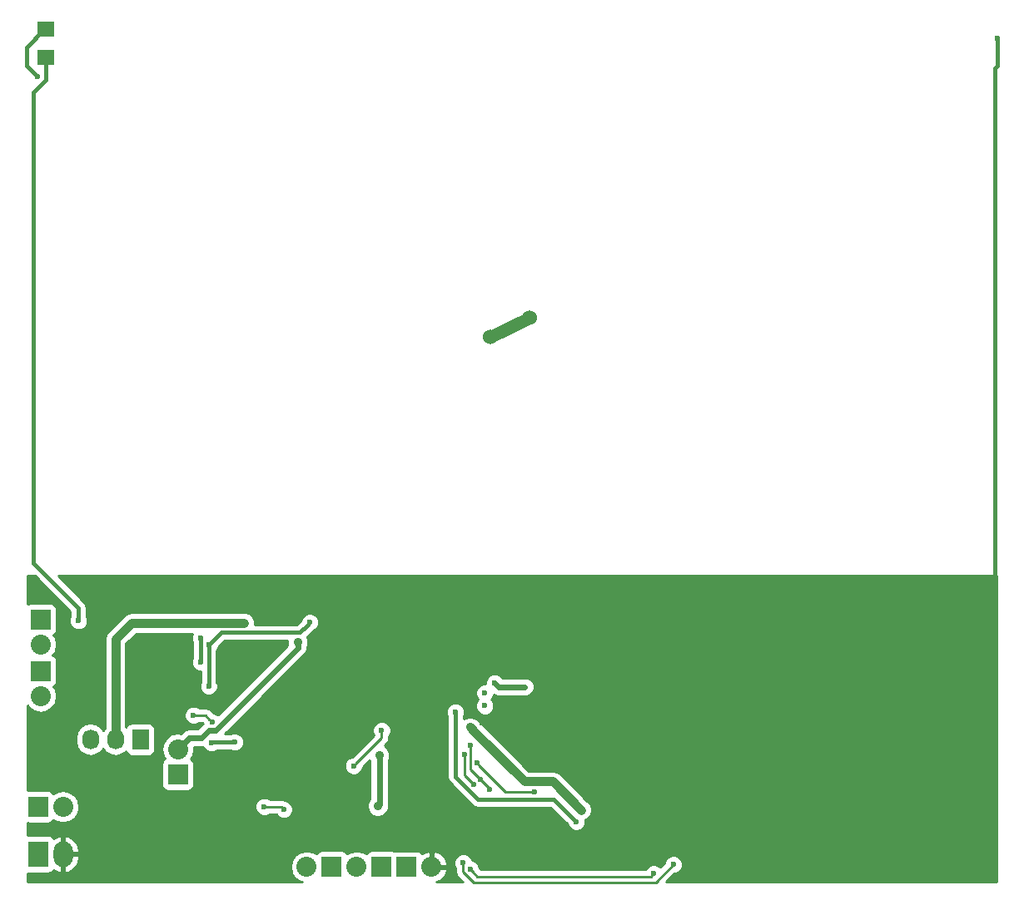
<source format=gbl>
G04 #@! TF.FileFunction,Copper,L2,Bot,Signal*
%FSLAX46Y46*%
G04 Gerber Fmt 4.6, Leading zero omitted, Abs format (unit mm)*
G04 Created by KiCad (PCBNEW 4.0.4-stable) date 2017 March 07, Tuesday 22:42:02*
%MOMM*%
%LPD*%
G01*
G04 APERTURE LIST*
%ADD10C,0.100000*%
%ADD11C,1.270000*%
%ADD12C,0.600000*%
%ADD13R,2.032000X2.032000*%
%ADD14O,2.032000X2.032000*%
%ADD15R,2.000000X2.600000*%
%ADD16O,2.000000X2.600000*%
%ADD17R,1.727200X2.032000*%
%ADD18O,1.727200X2.032000*%
%ADD19R,1.800860X1.597660*%
%ADD20C,1.524000*%
%ADD21C,0.900000*%
%ADD22C,0.600000*%
%ADD23C,0.250000*%
%ADD24C,0.400000*%
%ADD25C,0.900000*%
%ADD26C,0.254000*%
G04 APERTURE END LIST*
D10*
D11*
X148650000Y-84470000D02*
X144650000Y-86470000D01*
D12*
X98900000Y-127200000D03*
X97800000Y-131500000D03*
X100900000Y-130400000D03*
X102600000Y-130300000D03*
X149500000Y-130500000D03*
X151500000Y-130500000D03*
X150500000Y-130000000D03*
X195000000Y-116000000D03*
X195000000Y-114000000D03*
X195000000Y-112000000D03*
X127000000Y-120126000D03*
X128994000Y-120126000D03*
X126000000Y-122000000D03*
X128000000Y-125000000D03*
X130000000Y-125000000D03*
X110500000Y-134500000D03*
X111000000Y-132500000D03*
X111000000Y-131000000D03*
X111000000Y-129500000D03*
X108000000Y-129500000D03*
X108000000Y-131000000D03*
X108000000Y-132500000D03*
X105500000Y-132500000D03*
X105500000Y-131000000D03*
X105500000Y-129500000D03*
X104000000Y-141500000D03*
X105000000Y-141500000D03*
X106000000Y-141500000D03*
X106000000Y-140000000D03*
X107000000Y-140000000D03*
X107000000Y-141500000D03*
X115000000Y-141500000D03*
X114000000Y-141000000D03*
X114000000Y-139000000D03*
X115000000Y-130000000D03*
X115000000Y-132000000D03*
X118000000Y-137000000D03*
X118000000Y-135000000D03*
X117000000Y-136000000D03*
X117000000Y-138000000D03*
X137000000Y-118000000D03*
X135000000Y-116000000D03*
X137000000Y-116000000D03*
X130000000Y-119000000D03*
X128000000Y-119000000D03*
X126000000Y-119000000D03*
X137000000Y-114000000D03*
X135000000Y-114000000D03*
X141000000Y-114000000D03*
X139000000Y-114000000D03*
X117000000Y-114000000D03*
X119000000Y-114000000D03*
X133000000Y-114000000D03*
X131000000Y-114000000D03*
X129000000Y-114000000D03*
X127000000Y-114000000D03*
X123000000Y-114000000D03*
X121000000Y-114000000D03*
X125000000Y-114000000D03*
X115000000Y-114000000D03*
X125000000Y-112000000D03*
X123000000Y-112000000D03*
X129000000Y-112000000D03*
X127000000Y-112000000D03*
X105000000Y-112000000D03*
X107000000Y-112000000D03*
X121000000Y-112000000D03*
X119000000Y-112000000D03*
X117000000Y-112000000D03*
X115000000Y-112000000D03*
X111000000Y-112000000D03*
X109000000Y-112000000D03*
X113000000Y-112000000D03*
X103000000Y-112000000D03*
X137000000Y-112000000D03*
X135000000Y-112000000D03*
X141000000Y-112000000D03*
X139000000Y-112000000D03*
X117000000Y-112000000D03*
X119000000Y-112000000D03*
X133000000Y-112000000D03*
X131000000Y-112000000D03*
X129000000Y-112000000D03*
X127000000Y-112000000D03*
X123000000Y-112000000D03*
X121000000Y-112000000D03*
X125000000Y-112000000D03*
X115000000Y-112000000D03*
X155000000Y-126000000D03*
X157000000Y-124000000D03*
X157000000Y-122000000D03*
X157000000Y-129000000D03*
X157000000Y-131000000D03*
X159000000Y-129000000D03*
X159000000Y-126000000D03*
X161000000Y-127000000D03*
X161000000Y-121000000D03*
X161000000Y-123000000D03*
X161000000Y-125000000D03*
X163000000Y-125000000D03*
X163000000Y-123000000D03*
X163000000Y-121000000D03*
X165000000Y-121000000D03*
X165000000Y-123000000D03*
X165000000Y-125000000D03*
X163000000Y-127000000D03*
X161000000Y-129000000D03*
X159000000Y-131000000D03*
X157000000Y-133000000D03*
X181000000Y-121000000D03*
X181000000Y-123000000D03*
X173000000Y-125000000D03*
X167000000Y-131000000D03*
X167000000Y-131000000D03*
X167000000Y-133000000D03*
X167000000Y-133000000D03*
X167000000Y-133000000D03*
X167000000Y-131000000D03*
X165000000Y-133000000D03*
X165000000Y-135000000D03*
X167000000Y-135000000D03*
X167000000Y-133000000D03*
X177000000Y-139000000D03*
X175000000Y-141000000D03*
X175000000Y-139000000D03*
X177000000Y-141000000D03*
X175000000Y-137000000D03*
X177000000Y-133000000D03*
X175000000Y-133000000D03*
X175000000Y-135000000D03*
X175000000Y-137000000D03*
X175000000Y-137000000D03*
X181000000Y-137000000D03*
X181000000Y-137000000D03*
X183000000Y-135000000D03*
X181000000Y-135000000D03*
X179000000Y-137000000D03*
X177000000Y-137000000D03*
X177000000Y-137000000D03*
X177000000Y-137000000D03*
X179000000Y-135000000D03*
X177000000Y-135000000D03*
X179000000Y-137000000D03*
X179000000Y-137000000D03*
X179000000Y-141000000D03*
X179000000Y-139000000D03*
X179000000Y-141000000D03*
X181000000Y-141000000D03*
X181000000Y-139000000D03*
X179000000Y-139000000D03*
X183000000Y-137000000D03*
X183000000Y-139000000D03*
X183000000Y-137000000D03*
X181000000Y-133000000D03*
X183000000Y-133000000D03*
X179000000Y-133000000D03*
X171000000Y-133000000D03*
X169000000Y-135000000D03*
X169000000Y-133000000D03*
X171000000Y-135000000D03*
X169000000Y-131000000D03*
X171000000Y-127000000D03*
X163000000Y-135000000D03*
X169000000Y-129000000D03*
X169000000Y-131000000D03*
X169000000Y-131000000D03*
X175000000Y-131000000D03*
X175000000Y-131000000D03*
X177000000Y-129000000D03*
X175000000Y-129000000D03*
X173000000Y-131000000D03*
X171000000Y-131000000D03*
X171000000Y-131000000D03*
X171000000Y-131000000D03*
X173000000Y-129000000D03*
X171000000Y-129000000D03*
X173000000Y-131000000D03*
X173000000Y-131000000D03*
X173000000Y-135000000D03*
X173000000Y-133000000D03*
X173000000Y-135000000D03*
X175000000Y-135000000D03*
X175000000Y-133000000D03*
X173000000Y-133000000D03*
X177000000Y-135000000D03*
X177000000Y-131000000D03*
X177000000Y-133000000D03*
X177000000Y-131000000D03*
X175000000Y-127000000D03*
X177000000Y-127000000D03*
X173000000Y-127000000D03*
X177000000Y-131000000D03*
X175000000Y-133000000D03*
X175000000Y-131000000D03*
X177000000Y-133000000D03*
X175000000Y-129000000D03*
X177000000Y-125000000D03*
X175000000Y-125000000D03*
X175000000Y-127000000D03*
X175000000Y-129000000D03*
X175000000Y-129000000D03*
X181000000Y-129000000D03*
X181000000Y-129000000D03*
X183000000Y-127000000D03*
X181000000Y-127000000D03*
X179000000Y-129000000D03*
X177000000Y-129000000D03*
X177000000Y-129000000D03*
X177000000Y-129000000D03*
X179000000Y-127000000D03*
X177000000Y-127000000D03*
X179000000Y-129000000D03*
X179000000Y-129000000D03*
X179000000Y-133000000D03*
X179000000Y-131000000D03*
X179000000Y-133000000D03*
X181000000Y-133000000D03*
X181000000Y-131000000D03*
X179000000Y-131000000D03*
X183000000Y-133000000D03*
X183000000Y-129000000D03*
X183000000Y-131000000D03*
X183000000Y-129000000D03*
X181000000Y-125000000D03*
X183000000Y-125000000D03*
X179000000Y-125000000D03*
X190000000Y-128000000D03*
X192000000Y-130000000D03*
X192000000Y-128000000D03*
X190000000Y-130000000D03*
X188000000Y-126000000D03*
X192000000Y-126000000D03*
X188000000Y-130000000D03*
X188000000Y-128000000D03*
X190000000Y-126000000D03*
X188000000Y-140000000D03*
X190000000Y-140000000D03*
X186000000Y-138000000D03*
X190000000Y-138000000D03*
X186000000Y-140000000D03*
X188000000Y-138000000D03*
X186000000Y-126000000D03*
X186000000Y-126000000D03*
X190000000Y-126000000D03*
X188000000Y-126000000D03*
X188000000Y-124000000D03*
X190000000Y-124000000D03*
X188000000Y-126000000D03*
X190000000Y-126000000D03*
X186000000Y-122000000D03*
X190000000Y-122000000D03*
X188000000Y-122000000D03*
X186000000Y-124000000D03*
X194000000Y-136000000D03*
X192000000Y-136000000D03*
X192000000Y-134000000D03*
X194000000Y-132000000D03*
X194000000Y-134000000D03*
X192000000Y-132000000D03*
X192000000Y-140000000D03*
X194000000Y-138000000D03*
X194000000Y-140000000D03*
X192000000Y-138000000D03*
X194000000Y-130000000D03*
X192000000Y-130000000D03*
X192000000Y-128000000D03*
X194000000Y-126000000D03*
X194000000Y-128000000D03*
X192000000Y-126000000D03*
X194000000Y-126000000D03*
X192000000Y-126000000D03*
X192000000Y-124000000D03*
X194000000Y-122000000D03*
X194000000Y-124000000D03*
X192000000Y-122000000D03*
X183000000Y-118000000D03*
X185000000Y-118000000D03*
X175000000Y-116000000D03*
X173000000Y-116000000D03*
X173000000Y-118000000D03*
X171000000Y-118000000D03*
X171000000Y-116000000D03*
X171000000Y-116000000D03*
X171000000Y-118000000D03*
X169000000Y-118000000D03*
X169000000Y-116000000D03*
X155000000Y-116000000D03*
X153000000Y-116000000D03*
X149000000Y-114000000D03*
X153000000Y-114000000D03*
X151000000Y-114000000D03*
X149000000Y-112000000D03*
X153000000Y-112000000D03*
X151000000Y-112000000D03*
X161000000Y-116000000D03*
X161000000Y-114000000D03*
X163000000Y-116000000D03*
X157000000Y-114000000D03*
X155000000Y-114000000D03*
X159000000Y-114000000D03*
X159000000Y-116000000D03*
X157000000Y-116000000D03*
X157000000Y-112000000D03*
X161000000Y-112000000D03*
X159000000Y-112000000D03*
X155000000Y-112000000D03*
X163000000Y-112000000D03*
X163000000Y-114000000D03*
X171000000Y-114000000D03*
X167000000Y-114000000D03*
X165000000Y-114000000D03*
X165000000Y-116000000D03*
X169000000Y-114000000D03*
X167000000Y-116000000D03*
X167000000Y-112000000D03*
X171000000Y-112000000D03*
X169000000Y-112000000D03*
X165000000Y-112000000D03*
X173000000Y-112000000D03*
X173000000Y-114000000D03*
X181000000Y-116000000D03*
X181000000Y-114000000D03*
X183000000Y-116000000D03*
X177000000Y-114000000D03*
X175000000Y-114000000D03*
X179000000Y-114000000D03*
X179000000Y-116000000D03*
X177000000Y-116000000D03*
X177000000Y-112000000D03*
X181000000Y-112000000D03*
X179000000Y-112000000D03*
X175000000Y-112000000D03*
X183000000Y-112000000D03*
X183000000Y-114000000D03*
X191000000Y-112000000D03*
X185000000Y-112000000D03*
X187000000Y-112000000D03*
X189000000Y-112000000D03*
X185000000Y-114000000D03*
X187000000Y-114000000D03*
X185000000Y-116000000D03*
X187000000Y-116000000D03*
X189000000Y-116000000D03*
X191000000Y-116000000D03*
X189000000Y-114000000D03*
X191000000Y-114000000D03*
X187000000Y-118000000D03*
X189000000Y-118000000D03*
X191000000Y-118000000D03*
X193000000Y-118000000D03*
X193000000Y-116000000D03*
X193000000Y-114000000D03*
X193000000Y-112000000D03*
D13*
X133598000Y-140390000D03*
D14*
X131058000Y-140390000D03*
D15*
X98646000Y-139104000D03*
D16*
X101186000Y-139104000D03*
D13*
X128518000Y-140390000D03*
D14*
X125978000Y-140390000D03*
D13*
X136140000Y-140400000D03*
D14*
X138680000Y-140400000D03*
D17*
X109060000Y-127420000D03*
D18*
X106520000Y-127420000D03*
X103980000Y-127420000D03*
D13*
X98900000Y-120460000D03*
D14*
X98900000Y-123000000D03*
D13*
X98646000Y-134278000D03*
D14*
X101186000Y-134278000D03*
D13*
X112870000Y-130976000D03*
D14*
X112870000Y-128436000D03*
D13*
X98900000Y-115228000D03*
D14*
X98900000Y-117768000D03*
D19*
X99408000Y-57973860D03*
X99408000Y-55134140D03*
D20*
X148650000Y-84470000D03*
X144650000Y-86470000D03*
D12*
X144100000Y-122700000D03*
X144100000Y-124000000D03*
X143900000Y-140500008D03*
X151800000Y-125600000D03*
X147800000Y-123600000D03*
X143800000Y-125700000D03*
X153500000Y-123300000D03*
X112300000Y-123500000D03*
X146400000Y-127600000D03*
X148200000Y-127600000D03*
X148200000Y-125900000D03*
X146400000Y-125900000D03*
X186000000Y-135800000D03*
X186000000Y-132000000D03*
X186000000Y-134500000D03*
X186000000Y-129400000D03*
X186000000Y-128200000D03*
X122145764Y-117700010D03*
X138100000Y-128817000D03*
D21*
X160206976Y-139117391D03*
D12*
X157909804Y-126902773D03*
X151799736Y-127856746D03*
X142400000Y-121400000D03*
X151568000Y-122360000D03*
X154268000Y-119960000D03*
X152368000Y-120060000D03*
X140868000Y-120060000D03*
X139068000Y-120060000D03*
X125468000Y-131260000D03*
X121868000Y-131160000D03*
X121968000Y-129000000D03*
X125500000Y-129000000D03*
D21*
X171568000Y-139060000D03*
X168968000Y-139060000D03*
X158268000Y-117360000D03*
D12*
X159568000Y-121460000D03*
X167168000Y-121360000D03*
X177368000Y-121360000D03*
X183768000Y-121460000D03*
X108268000Y-140760000D03*
X108268000Y-139360000D03*
X108171000Y-133863000D03*
X103568000Y-113260000D03*
X98568000Y-59972690D03*
X155968000Y-130660000D03*
X155968000Y-130660000D03*
X115068000Y-140060000D03*
X132268000Y-124860000D03*
D21*
X104368000Y-140260000D03*
X115868000Y-136260000D03*
X115868000Y-134360000D03*
D12*
X123168000Y-124560000D03*
X124000000Y-124560000D03*
X149768000Y-140560000D03*
X128782446Y-126449990D03*
X196182000Y-56046000D03*
X119474000Y-121578000D03*
D21*
X110838000Y-118276000D03*
X133200000Y-134200000D03*
X133356132Y-129018990D03*
X125062000Y-117514000D03*
D12*
X145068000Y-121660000D03*
X148168000Y-122060000D03*
D21*
X142600000Y-126200000D03*
X153900000Y-134599986D03*
X119630000Y-115570000D03*
D12*
X144600000Y-132499998D03*
X143678838Y-131512262D03*
X142651767Y-128050023D03*
X130755717Y-130118436D03*
X133604000Y-126492000D03*
X142027351Y-128960000D03*
X142926405Y-132010033D03*
X141900000Y-140000000D03*
X163268000Y-140160000D03*
X142591972Y-140613138D03*
X161267994Y-141060000D03*
X143277687Y-129812240D03*
X149168000Y-132750010D03*
X116000000Y-122000000D03*
X126300000Y-115500000D03*
X141100000Y-124600000D03*
X153400000Y-135800000D03*
X116078000Y-117768000D03*
X116300000Y-127800008D03*
X118681756Y-127698283D03*
X116368000Y-125660008D03*
X114468000Y-124960000D03*
X102768000Y-115360000D03*
X115156000Y-119546000D03*
X115156000Y-117094000D03*
X123668000Y-134560000D03*
X121668000Y-134260000D03*
D22*
X160264367Y-139060000D02*
X160206976Y-139117391D01*
X160768000Y-139060000D02*
X160264367Y-139060000D01*
X171568000Y-139060000D02*
X170931604Y-139060000D01*
X170931604Y-139060000D02*
X170868000Y-138996396D01*
X159568000Y-121460000D02*
X159668000Y-121360000D01*
X159668000Y-121360000D02*
X159868000Y-121360000D01*
D23*
X109168000Y-139260000D02*
X108368000Y-139260000D01*
X108368000Y-139260000D02*
X108268000Y-139360000D01*
D24*
X103568000Y-113260000D02*
X103568000Y-113160000D01*
X103568000Y-113160000D02*
X103768000Y-112960000D01*
X97468000Y-56972540D02*
X97468000Y-58872690D01*
X97468000Y-58872690D02*
X98568000Y-59972690D01*
X99408000Y-55134140D02*
X99306400Y-55134140D01*
X99306400Y-55134140D02*
X97468000Y-56972540D01*
D23*
X115068000Y-139635736D02*
X115068000Y-140060000D01*
X115068000Y-139460000D02*
X115068000Y-139635736D01*
X115168000Y-139360000D02*
X115068000Y-139460000D01*
D22*
X115868000Y-134360000D02*
X115868000Y-133860000D01*
D23*
X124262000Y-124560000D02*
X124268000Y-124554000D01*
X149768000Y-140560000D02*
X149668000Y-140460000D01*
X149668000Y-140460000D02*
X149468000Y-140460000D01*
X128782446Y-126025726D02*
X128782446Y-126449990D01*
X128778000Y-125730000D02*
X128782446Y-125734446D01*
X128782446Y-125734446D02*
X128782446Y-126025726D01*
X127724000Y-120126000D02*
X128994000Y-120126000D01*
X127216000Y-120634000D02*
X127724000Y-120126000D01*
D24*
X195928000Y-59094000D02*
X195928000Y-123102000D01*
X196182000Y-58840000D02*
X195928000Y-59094000D01*
X196182000Y-56046000D02*
X196182000Y-58840000D01*
X119474000Y-121578000D02*
X118966000Y-121578000D01*
X110838000Y-118276000D02*
X111346000Y-118276000D01*
D22*
X112870000Y-128436000D02*
X114006000Y-127300000D01*
X114006000Y-127300000D02*
X115276104Y-127300000D01*
X115276104Y-127300000D02*
X116080054Y-126496050D01*
X116080054Y-126496050D02*
X116716346Y-126496050D01*
X116716346Y-126496050D02*
X125062000Y-118150396D01*
X125062000Y-118150396D02*
X125062000Y-117514000D01*
X133356132Y-134043868D02*
X133200000Y-134200000D01*
X133356132Y-129018990D02*
X133356132Y-134043868D01*
X148168000Y-122060000D02*
X145468000Y-122060000D01*
X145468000Y-122060000D02*
X145068000Y-121660000D01*
D25*
X153900000Y-134599986D02*
X151000014Y-131700000D01*
X148100000Y-131700000D02*
X143049999Y-126649999D01*
X143049999Y-126649999D02*
X142600000Y-126200000D01*
X151000014Y-131700000D02*
X148100000Y-131700000D01*
X108204000Y-115570000D02*
X119630000Y-115570000D01*
X107282000Y-116413999D02*
X107360001Y-116413999D01*
X107360001Y-116413999D02*
X108204000Y-115570000D01*
X106520000Y-127420000D02*
X106520000Y-117175999D01*
X106520000Y-117175999D02*
X107282000Y-116413999D01*
D23*
X143678838Y-131512262D02*
X144600000Y-132433424D01*
X144600000Y-132433424D02*
X144600000Y-132499998D01*
X142652361Y-127949637D02*
X142652361Y-130485785D01*
X143378839Y-131212263D02*
X143678838Y-131512262D01*
X142652361Y-130485785D02*
X143378839Y-131212263D01*
X133604000Y-127270153D02*
X131055716Y-129818437D01*
X131055716Y-129818437D02*
X130755717Y-130118436D01*
X133604000Y-126492000D02*
X133604000Y-127270153D01*
X142027351Y-129384264D02*
X142027351Y-128960000D01*
X142027351Y-131110979D02*
X142027351Y-129384264D01*
X142926405Y-132010033D02*
X142027351Y-131110979D01*
X141900000Y-140924264D02*
X141900000Y-140424264D01*
X161468000Y-141960000D02*
X142935736Y-141960000D01*
X141900000Y-140424264D02*
X141900000Y-140000000D01*
X142935736Y-141960000D02*
X141900000Y-140924264D01*
X163268000Y-140160000D02*
X161468000Y-141960000D01*
X161267994Y-141060000D02*
X160967995Y-141359999D01*
X160967995Y-141359999D02*
X143338833Y-141359999D01*
X143338833Y-141359999D02*
X142891971Y-140913137D01*
X142891971Y-140913137D02*
X142591972Y-140613138D01*
X143577686Y-130112239D02*
X143277687Y-129812240D01*
X146215457Y-132750010D02*
X143577686Y-130112239D01*
X149168000Y-132750010D02*
X146215457Y-132750010D01*
D24*
X116000000Y-122000000D02*
X116000000Y-117846000D01*
X116000000Y-117846000D02*
X116078000Y-117768000D01*
X153400000Y-135800000D02*
X151100000Y-133500000D01*
X141100000Y-125024264D02*
X141100000Y-124600000D01*
X151100000Y-133500000D02*
X143400000Y-133500000D01*
X143400000Y-133500000D02*
X141100000Y-131200000D01*
X141100000Y-131200000D02*
X141100000Y-125024264D01*
X126000001Y-115799999D02*
X126300000Y-115500000D01*
X117300000Y-116546000D02*
X125254000Y-116546000D01*
X125254000Y-116546000D02*
X126000001Y-115799999D01*
X116078000Y-117768000D02*
X117300000Y-116546000D01*
X117300000Y-116546000D02*
X117336001Y-116509999D01*
X118681756Y-127698283D02*
X116401725Y-127698283D01*
X116401725Y-127698283D02*
X116300000Y-127800008D01*
D23*
X116068001Y-125360009D02*
X116368000Y-125660008D01*
X114468000Y-124960000D02*
X115667992Y-124960000D01*
X115667992Y-124960000D02*
X116068001Y-125360009D01*
D24*
X98168000Y-109460000D02*
X102768000Y-114060000D01*
X102768000Y-114060000D02*
X102768000Y-115360000D01*
X98168000Y-61560000D02*
X98168000Y-109460000D01*
X99408000Y-60320000D02*
X98168000Y-61560000D01*
X99408000Y-57973860D02*
X99408000Y-60320000D01*
X115156000Y-117514000D02*
X115156000Y-117264009D01*
X115156000Y-117514000D02*
X115156000Y-119546000D01*
D23*
X123368001Y-134260001D02*
X123668000Y-134560000D01*
X121668000Y-134260000D02*
X123368001Y-134260001D01*
D26*
G36*
X101933000Y-114405868D02*
X101933000Y-114932766D01*
X101833162Y-115173201D01*
X101832838Y-115545167D01*
X101974883Y-115888943D01*
X102237673Y-116152192D01*
X102581201Y-116294838D01*
X102953167Y-116295162D01*
X103296943Y-116153117D01*
X103560192Y-115890327D01*
X103702838Y-115546799D01*
X103703162Y-115174833D01*
X103603000Y-114932422D01*
X103603000Y-114060000D01*
X103539439Y-113740459D01*
X103358434Y-113469566D01*
X100675868Y-110787000D01*
X196158000Y-110787000D01*
X196158000Y-141950000D01*
X162552802Y-141950000D01*
X163407680Y-141095122D01*
X163453167Y-141095162D01*
X163796943Y-140953117D01*
X164060192Y-140690327D01*
X164202838Y-140346799D01*
X164203162Y-139974833D01*
X164061117Y-139631057D01*
X163798327Y-139367808D01*
X163454799Y-139225162D01*
X163082833Y-139224838D01*
X162739057Y-139366883D01*
X162475808Y-139629673D01*
X162333162Y-139973201D01*
X162333121Y-140020077D01*
X161941730Y-140411468D01*
X161798321Y-140267808D01*
X161454793Y-140125162D01*
X161082827Y-140124838D01*
X160739051Y-140266883D01*
X160475802Y-140529673D01*
X160446600Y-140599999D01*
X143653635Y-140599999D01*
X143527094Y-140473458D01*
X143527134Y-140427971D01*
X143385089Y-140084195D01*
X143122299Y-139820946D01*
X142778771Y-139678300D01*
X142778748Y-139678300D01*
X142693117Y-139471057D01*
X142430327Y-139207808D01*
X142086799Y-139065162D01*
X141714833Y-139064838D01*
X141371057Y-139206883D01*
X141107808Y-139469673D01*
X140965162Y-139813201D01*
X140964838Y-140185167D01*
X141106883Y-140528943D01*
X141140000Y-140562118D01*
X141140000Y-140924264D01*
X141197852Y-141215103D01*
X141362599Y-141461665D01*
X141850934Y-141950000D01*
X139184876Y-141950000D01*
X139648379Y-141737188D01*
X140086385Y-141264818D01*
X140285975Y-140782944D01*
X140166836Y-140527000D01*
X138807000Y-140527000D01*
X138807000Y-140547000D01*
X138553000Y-140547000D01*
X138553000Y-140527000D01*
X138533000Y-140527000D01*
X138533000Y-140273000D01*
X138553000Y-140273000D01*
X138553000Y-138912633D01*
X138807000Y-138912633D01*
X138807000Y-140273000D01*
X140166836Y-140273000D01*
X140285975Y-140017056D01*
X140086385Y-139535182D01*
X139648379Y-139062812D01*
X139062946Y-138794017D01*
X138807000Y-138912633D01*
X138553000Y-138912633D01*
X138297054Y-138794017D01*
X137711621Y-139062812D01*
X137707066Y-139067724D01*
X137620090Y-138932559D01*
X137407890Y-138787569D01*
X137156000Y-138736560D01*
X135124000Y-138736560D01*
X134888683Y-138780838D01*
X134879409Y-138786806D01*
X134865890Y-138777569D01*
X134614000Y-138726560D01*
X132582000Y-138726560D01*
X132346683Y-138770838D01*
X132130559Y-138909910D01*
X132023767Y-139066206D01*
X131722155Y-138864675D01*
X131090345Y-138739000D01*
X131025655Y-138739000D01*
X130393845Y-138864675D01*
X130091038Y-139067004D01*
X129998090Y-138922559D01*
X129785890Y-138777569D01*
X129534000Y-138726560D01*
X127502000Y-138726560D01*
X127266683Y-138770838D01*
X127050559Y-138909910D01*
X126943767Y-139066206D01*
X126642155Y-138864675D01*
X126010345Y-138739000D01*
X125945655Y-138739000D01*
X125313845Y-138864675D01*
X124778222Y-139222567D01*
X124420330Y-139758190D01*
X124294655Y-140390000D01*
X124420330Y-141021810D01*
X124778222Y-141557433D01*
X125313845Y-141915325D01*
X125488168Y-141950000D01*
X97578000Y-141950000D01*
X97578000Y-141037670D01*
X97646000Y-141051440D01*
X99646000Y-141051440D01*
X99881317Y-141007162D01*
X100097441Y-140868090D01*
X100211349Y-140701380D01*
X100677645Y-140963144D01*
X100805566Y-140994124D01*
X101059000Y-140874777D01*
X101059000Y-139231000D01*
X101313000Y-139231000D01*
X101313000Y-140874777D01*
X101566434Y-140994124D01*
X101694355Y-140963144D01*
X102252317Y-140649922D01*
X102647942Y-140147020D01*
X102821000Y-139531000D01*
X102821000Y-139231000D01*
X101313000Y-139231000D01*
X101059000Y-139231000D01*
X101039000Y-139231000D01*
X101039000Y-138977000D01*
X101059000Y-138977000D01*
X101059000Y-137333223D01*
X101313000Y-137333223D01*
X101313000Y-138977000D01*
X102821000Y-138977000D01*
X102821000Y-138677000D01*
X102647942Y-138060980D01*
X102252317Y-137558078D01*
X101694355Y-137244856D01*
X101566434Y-137213876D01*
X101313000Y-137333223D01*
X101059000Y-137333223D01*
X100805566Y-137213876D01*
X100677645Y-137244856D01*
X100209789Y-137507495D01*
X100110090Y-137352559D01*
X99897890Y-137207569D01*
X99646000Y-137156560D01*
X97646000Y-137156560D01*
X97578000Y-137169355D01*
X97578000Y-135930910D01*
X97630000Y-135941440D01*
X99662000Y-135941440D01*
X99897317Y-135897162D01*
X100113441Y-135758090D01*
X100220233Y-135601794D01*
X100521845Y-135803325D01*
X101153655Y-135929000D01*
X101218345Y-135929000D01*
X101850155Y-135803325D01*
X102385778Y-135445433D01*
X102743670Y-134909810D01*
X102836093Y-134445167D01*
X120732838Y-134445167D01*
X120874883Y-134788943D01*
X121137673Y-135052192D01*
X121481201Y-135194838D01*
X121853167Y-135195162D01*
X122196943Y-135053117D01*
X122230118Y-135020000D01*
X122846397Y-135020001D01*
X122874883Y-135088943D01*
X123137673Y-135352192D01*
X123481201Y-135494838D01*
X123853167Y-135495162D01*
X124196943Y-135353117D01*
X124460192Y-135090327D01*
X124602838Y-134746799D01*
X124603162Y-134374833D01*
X124461117Y-134031057D01*
X124198327Y-133767808D01*
X123854799Y-133625162D01*
X123759451Y-133625079D01*
X123658840Y-133557853D01*
X123368001Y-133500001D01*
X122230463Y-133500000D01*
X122198327Y-133467808D01*
X121854799Y-133325162D01*
X121482833Y-133324838D01*
X121139057Y-133466883D01*
X120875808Y-133729673D01*
X120733162Y-134073201D01*
X120732838Y-134445167D01*
X102836093Y-134445167D01*
X102869345Y-134278000D01*
X102743670Y-133646190D01*
X102385778Y-133110567D01*
X101850155Y-132752675D01*
X101218345Y-132627000D01*
X101153655Y-132627000D01*
X100521845Y-132752675D01*
X100219038Y-132955004D01*
X100126090Y-132810559D01*
X99913890Y-132665569D01*
X99662000Y-132614560D01*
X97630000Y-132614560D01*
X97578000Y-132624344D01*
X97578000Y-127235255D01*
X102481400Y-127235255D01*
X102481400Y-127604745D01*
X102595474Y-128178234D01*
X102920330Y-128664415D01*
X103406511Y-128989271D01*
X103980000Y-129103345D01*
X104553489Y-128989271D01*
X105039670Y-128664415D01*
X105250000Y-128349634D01*
X105460330Y-128664415D01*
X105946511Y-128989271D01*
X106520000Y-129103345D01*
X107093489Y-128989271D01*
X107579670Y-128664415D01*
X107589243Y-128650087D01*
X107593238Y-128671317D01*
X107732310Y-128887441D01*
X107944510Y-129032431D01*
X108196400Y-129083440D01*
X109923600Y-129083440D01*
X110158917Y-129039162D01*
X110375041Y-128900090D01*
X110520031Y-128687890D01*
X110571040Y-128436000D01*
X110571040Y-126404000D01*
X110526762Y-126168683D01*
X110387690Y-125952559D01*
X110175490Y-125807569D01*
X109923600Y-125756560D01*
X108196400Y-125756560D01*
X107961083Y-125800838D01*
X107744959Y-125939910D01*
X107605000Y-126144747D01*
X107605000Y-117625421D01*
X107892143Y-117338278D01*
X108127212Y-117181210D01*
X108653422Y-116655000D01*
X114325886Y-116655000D01*
X114221162Y-116907201D01*
X114220838Y-117279167D01*
X114321000Y-117521578D01*
X114321000Y-119118766D01*
X114221162Y-119359201D01*
X114220838Y-119731167D01*
X114362883Y-120074943D01*
X114625673Y-120338192D01*
X114969201Y-120480838D01*
X115165000Y-120481009D01*
X115165000Y-121572766D01*
X115065162Y-121813201D01*
X115064838Y-122185167D01*
X115206883Y-122528943D01*
X115469673Y-122792192D01*
X115813201Y-122934838D01*
X116185167Y-122935162D01*
X116528943Y-122793117D01*
X116792192Y-122530327D01*
X116934838Y-122186799D01*
X116935162Y-121814833D01*
X116835000Y-121572422D01*
X116835000Y-118333458D01*
X116870192Y-118298327D01*
X116970778Y-118056090D01*
X117645868Y-117381000D01*
X123977116Y-117381000D01*
X123976812Y-117728873D01*
X124030734Y-117859372D01*
X116960254Y-124929852D01*
X116898327Y-124867816D01*
X116554799Y-124725170D01*
X116507923Y-124725129D01*
X116205393Y-124422599D01*
X115958831Y-124257852D01*
X115667992Y-124200000D01*
X115030463Y-124200000D01*
X114998327Y-124167808D01*
X114654799Y-124025162D01*
X114282833Y-124024838D01*
X113939057Y-124166883D01*
X113675808Y-124429673D01*
X113533162Y-124773201D01*
X113532838Y-125145167D01*
X113674883Y-125488943D01*
X113937673Y-125752192D01*
X114281201Y-125894838D01*
X114653167Y-125895162D01*
X114996943Y-125753117D01*
X115030118Y-125720000D01*
X115353190Y-125720000D01*
X115432878Y-125799688D01*
X115432855Y-125825587D01*
X115418909Y-125834905D01*
X114888814Y-126365000D01*
X114006005Y-126365000D01*
X114006000Y-126364999D01*
X113707556Y-126424364D01*
X113648191Y-126436173D01*
X113380241Y-126615211D01*
X113344855Y-126638855D01*
X113171152Y-126812558D01*
X112870000Y-126752655D01*
X112238190Y-126878330D01*
X111702567Y-127236222D01*
X111344675Y-127771845D01*
X111219000Y-128403655D01*
X111219000Y-128468345D01*
X111344675Y-129100155D01*
X111547004Y-129402962D01*
X111402559Y-129495910D01*
X111257569Y-129708110D01*
X111206560Y-129960000D01*
X111206560Y-131992000D01*
X111250838Y-132227317D01*
X111389910Y-132443441D01*
X111602110Y-132588431D01*
X111854000Y-132639440D01*
X113886000Y-132639440D01*
X114121317Y-132595162D01*
X114337441Y-132456090D01*
X114482431Y-132243890D01*
X114533440Y-131992000D01*
X114533440Y-130303603D01*
X129820555Y-130303603D01*
X129962600Y-130647379D01*
X130225390Y-130910628D01*
X130568918Y-131053274D01*
X130940884Y-131053598D01*
X131284660Y-130911553D01*
X131547909Y-130648763D01*
X131690555Y-130305235D01*
X131690596Y-130258359D01*
X132400805Y-129548150D01*
X132421132Y-129597344D01*
X132421132Y-133444426D01*
X132280718Y-133584595D01*
X132115189Y-133983233D01*
X132114812Y-134414873D01*
X132279646Y-134813800D01*
X132584595Y-135119282D01*
X132983233Y-135284811D01*
X133414873Y-135285188D01*
X133813800Y-135120354D01*
X134119282Y-134815405D01*
X134284811Y-134416767D01*
X134285110Y-134074141D01*
X134291132Y-134043868D01*
X134291132Y-129596542D01*
X134440943Y-129235757D01*
X134441320Y-128804117D01*
X134276486Y-128405190D01*
X133971537Y-128099708D01*
X133885127Y-128063828D01*
X134141401Y-127807554D01*
X134306148Y-127560992D01*
X134364000Y-127270153D01*
X134364000Y-127054463D01*
X134396192Y-127022327D01*
X134538838Y-126678799D01*
X134539162Y-126306833D01*
X134397117Y-125963057D01*
X134134327Y-125699808D01*
X133790799Y-125557162D01*
X133418833Y-125556838D01*
X133075057Y-125698883D01*
X132811808Y-125961673D01*
X132669162Y-126305201D01*
X132668838Y-126677167D01*
X132801388Y-126997963D01*
X130616037Y-129183314D01*
X130570550Y-129183274D01*
X130226774Y-129325319D01*
X129963525Y-129588109D01*
X129820879Y-129931637D01*
X129820555Y-130303603D01*
X114533440Y-130303603D01*
X114533440Y-129960000D01*
X114489162Y-129724683D01*
X114350090Y-129508559D01*
X114193794Y-129401767D01*
X114395325Y-129100155D01*
X114521000Y-128468345D01*
X114521000Y-128403655D01*
X114487452Y-128235000D01*
X115276104Y-128235000D01*
X115453485Y-128199717D01*
X115506883Y-128328951D01*
X115769673Y-128592200D01*
X116113201Y-128734846D01*
X116485167Y-128735170D01*
X116828943Y-128593125D01*
X116888890Y-128533283D01*
X118254522Y-128533283D01*
X118494957Y-128633121D01*
X118866923Y-128633445D01*
X119210699Y-128491400D01*
X119473948Y-128228610D01*
X119616594Y-127885082D01*
X119616918Y-127513116D01*
X119474873Y-127169340D01*
X119212083Y-126906091D01*
X118868555Y-126763445D01*
X118496589Y-126763121D01*
X118254178Y-126863283D01*
X117671403Y-126863283D01*
X119749519Y-124785167D01*
X140164838Y-124785167D01*
X140265000Y-125027578D01*
X140265000Y-131200000D01*
X140328561Y-131519541D01*
X140449140Y-131700000D01*
X140509566Y-131790434D01*
X142809566Y-134090434D01*
X143080459Y-134271439D01*
X143400000Y-134335000D01*
X150754132Y-134335000D01*
X152507465Y-136088333D01*
X152606883Y-136328943D01*
X152869673Y-136592192D01*
X153213201Y-136734838D01*
X153585167Y-136735162D01*
X153928943Y-136593117D01*
X154192192Y-136330327D01*
X154334838Y-135986799D01*
X154335162Y-135614833D01*
X154327863Y-135597168D01*
X154513800Y-135520340D01*
X154819282Y-135215391D01*
X154984811Y-134816753D01*
X154985000Y-134599989D01*
X154985001Y-134599986D01*
X154985000Y-134599983D01*
X154985188Y-134385113D01*
X154820354Y-133986186D01*
X154515405Y-133680704D01*
X154514952Y-133680516D01*
X151767225Y-130932789D01*
X151599298Y-130820584D01*
X151415226Y-130697591D01*
X151000014Y-130615000D01*
X148549422Y-130615000D01*
X143367210Y-125432788D01*
X143215405Y-125280718D01*
X142816767Y-125115189D01*
X142385127Y-125114812D01*
X141986200Y-125279646D01*
X141935000Y-125330757D01*
X141935000Y-125027234D01*
X142034838Y-124786799D01*
X142035162Y-124414833D01*
X141893117Y-124071057D01*
X141630327Y-123807808D01*
X141286799Y-123665162D01*
X140914833Y-123664838D01*
X140571057Y-123806883D01*
X140307808Y-124069673D01*
X140165162Y-124413201D01*
X140164838Y-124785167D01*
X119749519Y-124785167D01*
X121649519Y-122885167D01*
X143164838Y-122885167D01*
X143306883Y-123228943D01*
X143427710Y-123349981D01*
X143307808Y-123469673D01*
X143165162Y-123813201D01*
X143164838Y-124185167D01*
X143306883Y-124528943D01*
X143569673Y-124792192D01*
X143913201Y-124934838D01*
X144285167Y-124935162D01*
X144628943Y-124793117D01*
X144892192Y-124530327D01*
X145034838Y-124186799D01*
X145035162Y-123814833D01*
X144893117Y-123471057D01*
X144772290Y-123350019D01*
X144892192Y-123230327D01*
X145034838Y-122886799D01*
X145034850Y-122873486D01*
X145110191Y-122923827D01*
X145468000Y-122995000D01*
X148167184Y-122995000D01*
X148353167Y-122995162D01*
X148696943Y-122853117D01*
X148960192Y-122590327D01*
X149102838Y-122246799D01*
X149103162Y-121874833D01*
X148961117Y-121531057D01*
X148698327Y-121267808D01*
X148354799Y-121125162D01*
X147982833Y-121124838D01*
X147982441Y-121125000D01*
X145855290Y-121125000D01*
X145729436Y-120999146D01*
X145598327Y-120867808D01*
X145254799Y-120725162D01*
X144882833Y-120724838D01*
X144539057Y-120866883D01*
X144275808Y-121129673D01*
X144133162Y-121473201D01*
X144132908Y-121765028D01*
X143914833Y-121764838D01*
X143571057Y-121906883D01*
X143307808Y-122169673D01*
X143165162Y-122513201D01*
X143164838Y-122885167D01*
X121649519Y-122885167D01*
X125723145Y-118811541D01*
X125925827Y-118508205D01*
X125997000Y-118150396D01*
X125997000Y-118091552D01*
X126146811Y-117730767D01*
X126147188Y-117299127D01*
X126011099Y-116969769D01*
X126588333Y-116392535D01*
X126828943Y-116293117D01*
X127092192Y-116030327D01*
X127234838Y-115686799D01*
X127235162Y-115314833D01*
X127093117Y-114971057D01*
X126830327Y-114707808D01*
X126486799Y-114565162D01*
X126114833Y-114564838D01*
X125771057Y-114706883D01*
X125507808Y-114969673D01*
X125407222Y-115211910D01*
X124908132Y-115711000D01*
X120714877Y-115711000D01*
X120715188Y-115355127D01*
X120550354Y-114956200D01*
X120245405Y-114650718D01*
X119846767Y-114485189D01*
X119415127Y-114484812D01*
X119414672Y-114485000D01*
X108204000Y-114485000D01*
X107788789Y-114567590D01*
X107436789Y-114802789D01*
X106749858Y-115489720D01*
X106514789Y-115646788D01*
X105752789Y-116408788D01*
X105517591Y-116760787D01*
X105435000Y-117175999D01*
X105435000Y-126213494D01*
X105250000Y-126490366D01*
X105039670Y-126175585D01*
X104553489Y-125850729D01*
X103980000Y-125736655D01*
X103406511Y-125850729D01*
X102920330Y-126175585D01*
X102595474Y-126661766D01*
X102481400Y-127235255D01*
X97578000Y-127235255D01*
X97578000Y-123968452D01*
X97732567Y-124199778D01*
X98268190Y-124557670D01*
X98900000Y-124683345D01*
X99531810Y-124557670D01*
X100067433Y-124199778D01*
X100425325Y-123664155D01*
X100551000Y-123032345D01*
X100551000Y-122967655D01*
X100425325Y-122335845D01*
X100222996Y-122033038D01*
X100367441Y-121940090D01*
X100512431Y-121727890D01*
X100563440Y-121476000D01*
X100563440Y-119444000D01*
X100519162Y-119208683D01*
X100380090Y-118992559D01*
X100167890Y-118847569D01*
X100150154Y-118843977D01*
X100425325Y-118432155D01*
X100551000Y-117800345D01*
X100551000Y-117735655D01*
X100425325Y-117103845D01*
X100222996Y-116801038D01*
X100367441Y-116708090D01*
X100512431Y-116495890D01*
X100563440Y-116244000D01*
X100563440Y-114212000D01*
X100519162Y-113976683D01*
X100380090Y-113760559D01*
X100167890Y-113615569D01*
X99916000Y-113564560D01*
X97884000Y-113564560D01*
X97648683Y-113608838D01*
X97578000Y-113654321D01*
X97578000Y-110787000D01*
X98314132Y-110787000D01*
X101933000Y-114405868D01*
X101933000Y-114405868D01*
G37*
X101933000Y-114405868D02*
X101933000Y-114932766D01*
X101833162Y-115173201D01*
X101832838Y-115545167D01*
X101974883Y-115888943D01*
X102237673Y-116152192D01*
X102581201Y-116294838D01*
X102953167Y-116295162D01*
X103296943Y-116153117D01*
X103560192Y-115890327D01*
X103702838Y-115546799D01*
X103703162Y-115174833D01*
X103603000Y-114932422D01*
X103603000Y-114060000D01*
X103539439Y-113740459D01*
X103358434Y-113469566D01*
X100675868Y-110787000D01*
X196158000Y-110787000D01*
X196158000Y-141950000D01*
X162552802Y-141950000D01*
X163407680Y-141095122D01*
X163453167Y-141095162D01*
X163796943Y-140953117D01*
X164060192Y-140690327D01*
X164202838Y-140346799D01*
X164203162Y-139974833D01*
X164061117Y-139631057D01*
X163798327Y-139367808D01*
X163454799Y-139225162D01*
X163082833Y-139224838D01*
X162739057Y-139366883D01*
X162475808Y-139629673D01*
X162333162Y-139973201D01*
X162333121Y-140020077D01*
X161941730Y-140411468D01*
X161798321Y-140267808D01*
X161454793Y-140125162D01*
X161082827Y-140124838D01*
X160739051Y-140266883D01*
X160475802Y-140529673D01*
X160446600Y-140599999D01*
X143653635Y-140599999D01*
X143527094Y-140473458D01*
X143527134Y-140427971D01*
X143385089Y-140084195D01*
X143122299Y-139820946D01*
X142778771Y-139678300D01*
X142778748Y-139678300D01*
X142693117Y-139471057D01*
X142430327Y-139207808D01*
X142086799Y-139065162D01*
X141714833Y-139064838D01*
X141371057Y-139206883D01*
X141107808Y-139469673D01*
X140965162Y-139813201D01*
X140964838Y-140185167D01*
X141106883Y-140528943D01*
X141140000Y-140562118D01*
X141140000Y-140924264D01*
X141197852Y-141215103D01*
X141362599Y-141461665D01*
X141850934Y-141950000D01*
X139184876Y-141950000D01*
X139648379Y-141737188D01*
X140086385Y-141264818D01*
X140285975Y-140782944D01*
X140166836Y-140527000D01*
X138807000Y-140527000D01*
X138807000Y-140547000D01*
X138553000Y-140547000D01*
X138553000Y-140527000D01*
X138533000Y-140527000D01*
X138533000Y-140273000D01*
X138553000Y-140273000D01*
X138553000Y-138912633D01*
X138807000Y-138912633D01*
X138807000Y-140273000D01*
X140166836Y-140273000D01*
X140285975Y-140017056D01*
X140086385Y-139535182D01*
X139648379Y-139062812D01*
X139062946Y-138794017D01*
X138807000Y-138912633D01*
X138553000Y-138912633D01*
X138297054Y-138794017D01*
X137711621Y-139062812D01*
X137707066Y-139067724D01*
X137620090Y-138932559D01*
X137407890Y-138787569D01*
X137156000Y-138736560D01*
X135124000Y-138736560D01*
X134888683Y-138780838D01*
X134879409Y-138786806D01*
X134865890Y-138777569D01*
X134614000Y-138726560D01*
X132582000Y-138726560D01*
X132346683Y-138770838D01*
X132130559Y-138909910D01*
X132023767Y-139066206D01*
X131722155Y-138864675D01*
X131090345Y-138739000D01*
X131025655Y-138739000D01*
X130393845Y-138864675D01*
X130091038Y-139067004D01*
X129998090Y-138922559D01*
X129785890Y-138777569D01*
X129534000Y-138726560D01*
X127502000Y-138726560D01*
X127266683Y-138770838D01*
X127050559Y-138909910D01*
X126943767Y-139066206D01*
X126642155Y-138864675D01*
X126010345Y-138739000D01*
X125945655Y-138739000D01*
X125313845Y-138864675D01*
X124778222Y-139222567D01*
X124420330Y-139758190D01*
X124294655Y-140390000D01*
X124420330Y-141021810D01*
X124778222Y-141557433D01*
X125313845Y-141915325D01*
X125488168Y-141950000D01*
X97578000Y-141950000D01*
X97578000Y-141037670D01*
X97646000Y-141051440D01*
X99646000Y-141051440D01*
X99881317Y-141007162D01*
X100097441Y-140868090D01*
X100211349Y-140701380D01*
X100677645Y-140963144D01*
X100805566Y-140994124D01*
X101059000Y-140874777D01*
X101059000Y-139231000D01*
X101313000Y-139231000D01*
X101313000Y-140874777D01*
X101566434Y-140994124D01*
X101694355Y-140963144D01*
X102252317Y-140649922D01*
X102647942Y-140147020D01*
X102821000Y-139531000D01*
X102821000Y-139231000D01*
X101313000Y-139231000D01*
X101059000Y-139231000D01*
X101039000Y-139231000D01*
X101039000Y-138977000D01*
X101059000Y-138977000D01*
X101059000Y-137333223D01*
X101313000Y-137333223D01*
X101313000Y-138977000D01*
X102821000Y-138977000D01*
X102821000Y-138677000D01*
X102647942Y-138060980D01*
X102252317Y-137558078D01*
X101694355Y-137244856D01*
X101566434Y-137213876D01*
X101313000Y-137333223D01*
X101059000Y-137333223D01*
X100805566Y-137213876D01*
X100677645Y-137244856D01*
X100209789Y-137507495D01*
X100110090Y-137352559D01*
X99897890Y-137207569D01*
X99646000Y-137156560D01*
X97646000Y-137156560D01*
X97578000Y-137169355D01*
X97578000Y-135930910D01*
X97630000Y-135941440D01*
X99662000Y-135941440D01*
X99897317Y-135897162D01*
X100113441Y-135758090D01*
X100220233Y-135601794D01*
X100521845Y-135803325D01*
X101153655Y-135929000D01*
X101218345Y-135929000D01*
X101850155Y-135803325D01*
X102385778Y-135445433D01*
X102743670Y-134909810D01*
X102836093Y-134445167D01*
X120732838Y-134445167D01*
X120874883Y-134788943D01*
X121137673Y-135052192D01*
X121481201Y-135194838D01*
X121853167Y-135195162D01*
X122196943Y-135053117D01*
X122230118Y-135020000D01*
X122846397Y-135020001D01*
X122874883Y-135088943D01*
X123137673Y-135352192D01*
X123481201Y-135494838D01*
X123853167Y-135495162D01*
X124196943Y-135353117D01*
X124460192Y-135090327D01*
X124602838Y-134746799D01*
X124603162Y-134374833D01*
X124461117Y-134031057D01*
X124198327Y-133767808D01*
X123854799Y-133625162D01*
X123759451Y-133625079D01*
X123658840Y-133557853D01*
X123368001Y-133500001D01*
X122230463Y-133500000D01*
X122198327Y-133467808D01*
X121854799Y-133325162D01*
X121482833Y-133324838D01*
X121139057Y-133466883D01*
X120875808Y-133729673D01*
X120733162Y-134073201D01*
X120732838Y-134445167D01*
X102836093Y-134445167D01*
X102869345Y-134278000D01*
X102743670Y-133646190D01*
X102385778Y-133110567D01*
X101850155Y-132752675D01*
X101218345Y-132627000D01*
X101153655Y-132627000D01*
X100521845Y-132752675D01*
X100219038Y-132955004D01*
X100126090Y-132810559D01*
X99913890Y-132665569D01*
X99662000Y-132614560D01*
X97630000Y-132614560D01*
X97578000Y-132624344D01*
X97578000Y-127235255D01*
X102481400Y-127235255D01*
X102481400Y-127604745D01*
X102595474Y-128178234D01*
X102920330Y-128664415D01*
X103406511Y-128989271D01*
X103980000Y-129103345D01*
X104553489Y-128989271D01*
X105039670Y-128664415D01*
X105250000Y-128349634D01*
X105460330Y-128664415D01*
X105946511Y-128989271D01*
X106520000Y-129103345D01*
X107093489Y-128989271D01*
X107579670Y-128664415D01*
X107589243Y-128650087D01*
X107593238Y-128671317D01*
X107732310Y-128887441D01*
X107944510Y-129032431D01*
X108196400Y-129083440D01*
X109923600Y-129083440D01*
X110158917Y-129039162D01*
X110375041Y-128900090D01*
X110520031Y-128687890D01*
X110571040Y-128436000D01*
X110571040Y-126404000D01*
X110526762Y-126168683D01*
X110387690Y-125952559D01*
X110175490Y-125807569D01*
X109923600Y-125756560D01*
X108196400Y-125756560D01*
X107961083Y-125800838D01*
X107744959Y-125939910D01*
X107605000Y-126144747D01*
X107605000Y-117625421D01*
X107892143Y-117338278D01*
X108127212Y-117181210D01*
X108653422Y-116655000D01*
X114325886Y-116655000D01*
X114221162Y-116907201D01*
X114220838Y-117279167D01*
X114321000Y-117521578D01*
X114321000Y-119118766D01*
X114221162Y-119359201D01*
X114220838Y-119731167D01*
X114362883Y-120074943D01*
X114625673Y-120338192D01*
X114969201Y-120480838D01*
X115165000Y-120481009D01*
X115165000Y-121572766D01*
X115065162Y-121813201D01*
X115064838Y-122185167D01*
X115206883Y-122528943D01*
X115469673Y-122792192D01*
X115813201Y-122934838D01*
X116185167Y-122935162D01*
X116528943Y-122793117D01*
X116792192Y-122530327D01*
X116934838Y-122186799D01*
X116935162Y-121814833D01*
X116835000Y-121572422D01*
X116835000Y-118333458D01*
X116870192Y-118298327D01*
X116970778Y-118056090D01*
X117645868Y-117381000D01*
X123977116Y-117381000D01*
X123976812Y-117728873D01*
X124030734Y-117859372D01*
X116960254Y-124929852D01*
X116898327Y-124867816D01*
X116554799Y-124725170D01*
X116507923Y-124725129D01*
X116205393Y-124422599D01*
X115958831Y-124257852D01*
X115667992Y-124200000D01*
X115030463Y-124200000D01*
X114998327Y-124167808D01*
X114654799Y-124025162D01*
X114282833Y-124024838D01*
X113939057Y-124166883D01*
X113675808Y-124429673D01*
X113533162Y-124773201D01*
X113532838Y-125145167D01*
X113674883Y-125488943D01*
X113937673Y-125752192D01*
X114281201Y-125894838D01*
X114653167Y-125895162D01*
X114996943Y-125753117D01*
X115030118Y-125720000D01*
X115353190Y-125720000D01*
X115432878Y-125799688D01*
X115432855Y-125825587D01*
X115418909Y-125834905D01*
X114888814Y-126365000D01*
X114006005Y-126365000D01*
X114006000Y-126364999D01*
X113707556Y-126424364D01*
X113648191Y-126436173D01*
X113380241Y-126615211D01*
X113344855Y-126638855D01*
X113171152Y-126812558D01*
X112870000Y-126752655D01*
X112238190Y-126878330D01*
X111702567Y-127236222D01*
X111344675Y-127771845D01*
X111219000Y-128403655D01*
X111219000Y-128468345D01*
X111344675Y-129100155D01*
X111547004Y-129402962D01*
X111402559Y-129495910D01*
X111257569Y-129708110D01*
X111206560Y-129960000D01*
X111206560Y-131992000D01*
X111250838Y-132227317D01*
X111389910Y-132443441D01*
X111602110Y-132588431D01*
X111854000Y-132639440D01*
X113886000Y-132639440D01*
X114121317Y-132595162D01*
X114337441Y-132456090D01*
X114482431Y-132243890D01*
X114533440Y-131992000D01*
X114533440Y-130303603D01*
X129820555Y-130303603D01*
X129962600Y-130647379D01*
X130225390Y-130910628D01*
X130568918Y-131053274D01*
X130940884Y-131053598D01*
X131284660Y-130911553D01*
X131547909Y-130648763D01*
X131690555Y-130305235D01*
X131690596Y-130258359D01*
X132400805Y-129548150D01*
X132421132Y-129597344D01*
X132421132Y-133444426D01*
X132280718Y-133584595D01*
X132115189Y-133983233D01*
X132114812Y-134414873D01*
X132279646Y-134813800D01*
X132584595Y-135119282D01*
X132983233Y-135284811D01*
X133414873Y-135285188D01*
X133813800Y-135120354D01*
X134119282Y-134815405D01*
X134284811Y-134416767D01*
X134285110Y-134074141D01*
X134291132Y-134043868D01*
X134291132Y-129596542D01*
X134440943Y-129235757D01*
X134441320Y-128804117D01*
X134276486Y-128405190D01*
X133971537Y-128099708D01*
X133885127Y-128063828D01*
X134141401Y-127807554D01*
X134306148Y-127560992D01*
X134364000Y-127270153D01*
X134364000Y-127054463D01*
X134396192Y-127022327D01*
X134538838Y-126678799D01*
X134539162Y-126306833D01*
X134397117Y-125963057D01*
X134134327Y-125699808D01*
X133790799Y-125557162D01*
X133418833Y-125556838D01*
X133075057Y-125698883D01*
X132811808Y-125961673D01*
X132669162Y-126305201D01*
X132668838Y-126677167D01*
X132801388Y-126997963D01*
X130616037Y-129183314D01*
X130570550Y-129183274D01*
X130226774Y-129325319D01*
X129963525Y-129588109D01*
X129820879Y-129931637D01*
X129820555Y-130303603D01*
X114533440Y-130303603D01*
X114533440Y-129960000D01*
X114489162Y-129724683D01*
X114350090Y-129508559D01*
X114193794Y-129401767D01*
X114395325Y-129100155D01*
X114521000Y-128468345D01*
X114521000Y-128403655D01*
X114487452Y-128235000D01*
X115276104Y-128235000D01*
X115453485Y-128199717D01*
X115506883Y-128328951D01*
X115769673Y-128592200D01*
X116113201Y-128734846D01*
X116485167Y-128735170D01*
X116828943Y-128593125D01*
X116888890Y-128533283D01*
X118254522Y-128533283D01*
X118494957Y-128633121D01*
X118866923Y-128633445D01*
X119210699Y-128491400D01*
X119473948Y-128228610D01*
X119616594Y-127885082D01*
X119616918Y-127513116D01*
X119474873Y-127169340D01*
X119212083Y-126906091D01*
X118868555Y-126763445D01*
X118496589Y-126763121D01*
X118254178Y-126863283D01*
X117671403Y-126863283D01*
X119749519Y-124785167D01*
X140164838Y-124785167D01*
X140265000Y-125027578D01*
X140265000Y-131200000D01*
X140328561Y-131519541D01*
X140449140Y-131700000D01*
X140509566Y-131790434D01*
X142809566Y-134090434D01*
X143080459Y-134271439D01*
X143400000Y-134335000D01*
X150754132Y-134335000D01*
X152507465Y-136088333D01*
X152606883Y-136328943D01*
X152869673Y-136592192D01*
X153213201Y-136734838D01*
X153585167Y-136735162D01*
X153928943Y-136593117D01*
X154192192Y-136330327D01*
X154334838Y-135986799D01*
X154335162Y-135614833D01*
X154327863Y-135597168D01*
X154513800Y-135520340D01*
X154819282Y-135215391D01*
X154984811Y-134816753D01*
X154985000Y-134599989D01*
X154985001Y-134599986D01*
X154985000Y-134599983D01*
X154985188Y-134385113D01*
X154820354Y-133986186D01*
X154515405Y-133680704D01*
X154514952Y-133680516D01*
X151767225Y-130932789D01*
X151599298Y-130820584D01*
X151415226Y-130697591D01*
X151000014Y-130615000D01*
X148549422Y-130615000D01*
X143367210Y-125432788D01*
X143215405Y-125280718D01*
X142816767Y-125115189D01*
X142385127Y-125114812D01*
X141986200Y-125279646D01*
X141935000Y-125330757D01*
X141935000Y-125027234D01*
X142034838Y-124786799D01*
X142035162Y-124414833D01*
X141893117Y-124071057D01*
X141630327Y-123807808D01*
X141286799Y-123665162D01*
X140914833Y-123664838D01*
X140571057Y-123806883D01*
X140307808Y-124069673D01*
X140165162Y-124413201D01*
X140164838Y-124785167D01*
X119749519Y-124785167D01*
X121649519Y-122885167D01*
X143164838Y-122885167D01*
X143306883Y-123228943D01*
X143427710Y-123349981D01*
X143307808Y-123469673D01*
X143165162Y-123813201D01*
X143164838Y-124185167D01*
X143306883Y-124528943D01*
X143569673Y-124792192D01*
X143913201Y-124934838D01*
X144285167Y-124935162D01*
X144628943Y-124793117D01*
X144892192Y-124530327D01*
X145034838Y-124186799D01*
X145035162Y-123814833D01*
X144893117Y-123471057D01*
X144772290Y-123350019D01*
X144892192Y-123230327D01*
X145034838Y-122886799D01*
X145034850Y-122873486D01*
X145110191Y-122923827D01*
X145468000Y-122995000D01*
X148167184Y-122995000D01*
X148353167Y-122995162D01*
X148696943Y-122853117D01*
X148960192Y-122590327D01*
X149102838Y-122246799D01*
X149103162Y-121874833D01*
X148961117Y-121531057D01*
X148698327Y-121267808D01*
X148354799Y-121125162D01*
X147982833Y-121124838D01*
X147982441Y-121125000D01*
X145855290Y-121125000D01*
X145729436Y-120999146D01*
X145598327Y-120867808D01*
X145254799Y-120725162D01*
X144882833Y-120724838D01*
X144539057Y-120866883D01*
X144275808Y-121129673D01*
X144133162Y-121473201D01*
X144132908Y-121765028D01*
X143914833Y-121764838D01*
X143571057Y-121906883D01*
X143307808Y-122169673D01*
X143165162Y-122513201D01*
X143164838Y-122885167D01*
X121649519Y-122885167D01*
X125723145Y-118811541D01*
X125925827Y-118508205D01*
X125997000Y-118150396D01*
X125997000Y-118091552D01*
X126146811Y-117730767D01*
X126147188Y-117299127D01*
X126011099Y-116969769D01*
X126588333Y-116392535D01*
X126828943Y-116293117D01*
X127092192Y-116030327D01*
X127234838Y-115686799D01*
X127235162Y-115314833D01*
X127093117Y-114971057D01*
X126830327Y-114707808D01*
X126486799Y-114565162D01*
X126114833Y-114564838D01*
X125771057Y-114706883D01*
X125507808Y-114969673D01*
X125407222Y-115211910D01*
X124908132Y-115711000D01*
X120714877Y-115711000D01*
X120715188Y-115355127D01*
X120550354Y-114956200D01*
X120245405Y-114650718D01*
X119846767Y-114485189D01*
X119415127Y-114484812D01*
X119414672Y-114485000D01*
X108204000Y-114485000D01*
X107788789Y-114567590D01*
X107436789Y-114802789D01*
X106749858Y-115489720D01*
X106514789Y-115646788D01*
X105752789Y-116408788D01*
X105517591Y-116760787D01*
X105435000Y-117175999D01*
X105435000Y-126213494D01*
X105250000Y-126490366D01*
X105039670Y-126175585D01*
X104553489Y-125850729D01*
X103980000Y-125736655D01*
X103406511Y-125850729D01*
X102920330Y-126175585D01*
X102595474Y-126661766D01*
X102481400Y-127235255D01*
X97578000Y-127235255D01*
X97578000Y-123968452D01*
X97732567Y-124199778D01*
X98268190Y-124557670D01*
X98900000Y-124683345D01*
X99531810Y-124557670D01*
X100067433Y-124199778D01*
X100425325Y-123664155D01*
X100551000Y-123032345D01*
X100551000Y-122967655D01*
X100425325Y-122335845D01*
X100222996Y-122033038D01*
X100367441Y-121940090D01*
X100512431Y-121727890D01*
X100563440Y-121476000D01*
X100563440Y-119444000D01*
X100519162Y-119208683D01*
X100380090Y-118992559D01*
X100167890Y-118847569D01*
X100150154Y-118843977D01*
X100425325Y-118432155D01*
X100551000Y-117800345D01*
X100551000Y-117735655D01*
X100425325Y-117103845D01*
X100222996Y-116801038D01*
X100367441Y-116708090D01*
X100512431Y-116495890D01*
X100563440Y-116244000D01*
X100563440Y-114212000D01*
X100519162Y-113976683D01*
X100380090Y-113760559D01*
X100167890Y-113615569D01*
X99916000Y-113564560D01*
X97884000Y-113564560D01*
X97648683Y-113608838D01*
X97578000Y-113654321D01*
X97578000Y-110787000D01*
X98314132Y-110787000D01*
X101933000Y-114405868D01*
M02*

</source>
